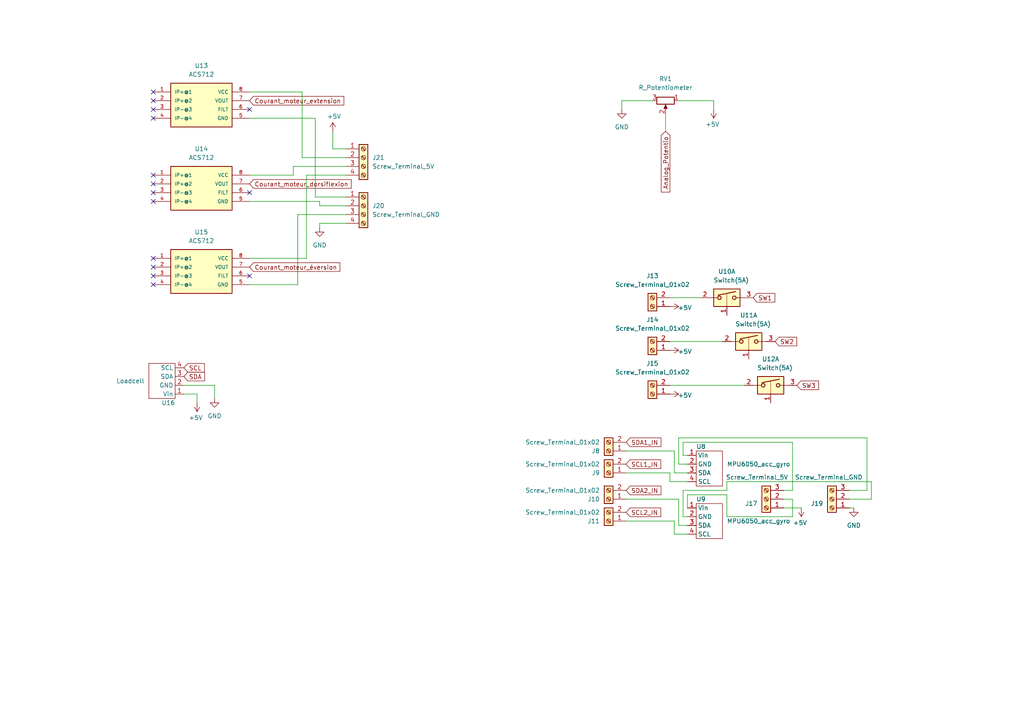
<source format=kicad_sch>
(kicad_sch (version 20211123) (generator eeschema)
  (paper "A4")
  (lib_symbols
    (symbol "ACS712:ACS712" (pin_names (offset 1.016))
      (property "Reference" "U" (at -10.16 8.382 0))
      (property "Value" "ACS712" (at -10.16 -7.62 0))
      (symbol "ACS712_0_0"
        (rectangle (start -10.16 -5.08) (end 7.62 7.62) (stroke (width 0.254)) (fill (type background)))
        (pin bidirectional line (at -15.24 5.08 0) (length 5.08) (name "IP+@1") (number "1"))
        (pin bidirectional line (at -15.24 2.54 0) (length 5.08) (name "IP+@2") (number "2"))
        (pin bidirectional line (at -15.24 0 0) (length 5.08) (name "IP-@3") (number "3"))
        (pin bidirectional line (at -15.24 -2.54 0) (length 5.08) (name "IP-@4") (number "4"))
        (pin bidirectional line (at 12.7 -2.54 180) (length 5.08) (name "GND") (number "5"))
        (pin bidirectional line (at 12.7 0 180) (length 5.08) (name "FILT") (number "6"))
        (pin bidirectional line (at 12.7 2.54 180) (length 5.08) (name "VOUT") (number "7"))
        (pin bidirectional line (at 12.7 5.08 180) (length 5.08) (name "VCC") (number "8"))
      )
    )
    (symbol "Analog_Switch:DG308AxY"
      (property "Reference" "U" (at -3.175 5.334 0))
      (property "Value" "DG308AxY" (at -3.175 3.556 0))
      (symbol "DG308AxY_1_1"
        (rectangle (start -3.81 2.54) (end 3.81 -2.54) (stroke (width 0.254)) (fill (type background)))
        (circle (center -2.159 0) (radius 0.508) (stroke (width 0.254)))
        (polyline (pts (xy -5.08 0) (xy -2.794 0)))
        (polyline (pts (xy -2.54 0.762) (xy 2.54 1.778)) (stroke (width 0.254)))
        (polyline (pts (xy 0 -2.54) (xy 0 -2.032)))
        (polyline (pts (xy 0 -1.778) (xy 0 -1.524)))
        (polyline (pts (xy 0 -1.27) (xy 0 -1.016)))
        (polyline (pts (xy 0 -0.762) (xy 0 -0.508)))
        (polyline (pts (xy 0 -0.254) (xy 0 0)))
        (polyline (pts (xy 0 0.254) (xy 0 0.508)))
        (polyline (pts (xy 0 0.762) (xy 0 1.016)))
        (polyline (pts (xy 5.08 0) (xy 2.794 0)))
        (circle (center 2.159 0) (radius 0.508) (stroke (width 0.254)))
        (pin input line (at 0 -5.08 90) (length 2.54) (name "~") (number "1"))
        (pin passive line (at -7.62 0 0) (length 2.54) (name "~") (number "2"))
        (pin passive line (at 7.62 0 180) (length 2.54) (name "~") (number "3"))
      )
      (symbol "DG308AxY_2_1"
        (rectangle (start -3.81 2.54) (end 3.81 -2.54) (stroke (width 0.254)) (fill (type background)))
        (circle (center -2.159 0) (radius 0.508) (stroke (width 0.254)))
        (polyline (pts (xy -5.08 0) (xy -2.794 0)))
        (polyline (pts (xy -2.54 0.762) (xy 2.54 1.778)) (stroke (width 0.254)))
        (polyline (pts (xy 0 -2.54) (xy 0 -2.032)))
        (polyline (pts (xy 0 -1.778) (xy 0 -1.524)))
        (polyline (pts (xy 0 -1.27) (xy 0 -1.016)))
        (polyline (pts (xy 0 -0.762) (xy 0 -0.508)))
        (polyline (pts (xy 0 -0.254) (xy 0 0)))
        (polyline (pts (xy 0 0.254) (xy 0 0.508)))
        (polyline (pts (xy 0 0.762) (xy 0 1.016)))
        (polyline (pts (xy 5.08 0) (xy 2.794 0)))
        (circle (center 2.159 0) (radius 0.508) (stroke (width 0.254)))
        (pin passive line (at -7.62 0 0) (length 2.54) (name "~") (number "6"))
        (pin passive line (at 7.62 0 180) (length 2.54) (name "~") (number "7"))
        (pin input line (at 0 -5.08 90) (length 2.54) (name "~") (number "8"))
      )
      (symbol "DG308AxY_3_1"
        (rectangle (start -3.81 2.54) (end 3.81 -2.54) (stroke (width 0.254)) (fill (type background)))
        (circle (center -2.159 0) (radius 0.508) (stroke (width 0.254)))
        (polyline (pts (xy -5.08 0) (xy -2.794 0)))
        (polyline (pts (xy -2.54 0.762) (xy 2.54 1.778)) (stroke (width 0.254)))
        (polyline (pts (xy 0 -2.54) (xy 0 -2.032)))
        (polyline (pts (xy 0 -1.778) (xy 0 -1.524)))
        (polyline (pts (xy 0 -1.27) (xy 0 -1.016)))
        (polyline (pts (xy 0 -0.762) (xy 0 -0.508)))
        (polyline (pts (xy 0 -0.254) (xy 0 0)))
        (polyline (pts (xy 0 0.254) (xy 0 0.508)))
        (polyline (pts (xy 0 0.762) (xy 0 1.016)))
        (polyline (pts (xy 5.08 0) (xy 2.794 0)))
        (circle (center 2.159 0) (radius 0.508) (stroke (width 0.254)))
        (pin passive line (at -7.62 0 0) (length 2.54) (name "~") (number "10"))
        (pin passive line (at 7.62 0 180) (length 2.54) (name "~") (number "11"))
        (pin input line (at 0 -5.08 90) (length 2.54) (name "~") (number "9"))
      )
      (symbol "DG308AxY_4_1"
        (rectangle (start -3.81 2.54) (end 3.81 -2.54) (stroke (width 0.254)) (fill (type background)))
        (circle (center -2.159 0) (radius 0.508) (stroke (width 0.254)))
        (polyline (pts (xy -5.08 0) (xy -2.794 0)))
        (polyline (pts (xy -2.54 0.762) (xy 2.54 1.778)) (stroke (width 0.254)))
        (polyline (pts (xy 0 -2.54) (xy 0 -2.032)))
        (polyline (pts (xy 0 -1.778) (xy 0 -1.524)))
        (polyline (pts (xy 0 -1.27) (xy 0 -1.016)))
        (polyline (pts (xy 0 -0.762) (xy 0 -0.508)))
        (polyline (pts (xy 0 -0.254) (xy 0 0)))
        (polyline (pts (xy 0 0.254) (xy 0 0.508)))
        (polyline (pts (xy 0 0.762) (xy 0 1.016)))
        (polyline (pts (xy 5.08 0) (xy 2.794 0)))
        (circle (center 2.159 0) (radius 0.508) (stroke (width 0.254)))
        (pin passive line (at 7.62 0 180) (length 2.54) (name "~") (number "14"))
        (pin passive line (at -7.62 0 0) (length 2.54) (name "~") (number "15"))
        (pin input line (at 0 -5.08 90) (length 2.54) (name "~") (number "16"))
      )
      (symbol "DG308AxY_5_0"
        (pin no_connect line (at 2.54 10.16 270) (length 2.54) hide (name "NC") (number "12"))
        (pin power_in line (at 0 12.7 270) (length 2.54) (name "V+") (number "13"))
        (pin power_in line (at 2.54 -12.7 90) (length 2.54) (name "V-") (number "4"))
        (pin power_in line (at 0 -12.7 90) (length 2.54) (name "GND") (number "5"))
      )
      (symbol "DG308AxY_5_1"
        (rectangle (start -3.81 10.16) (end 6.35 -10.16) (stroke (width 0.254)) (fill (type background)))
      )
    )
    (symbol "Connector:Screw_Terminal_01x02" (pin_names (offset 1.016) hide)
      (property "Reference" "J" (at 0 2.54 0))
      (property "Value" "Screw_Terminal_01x02" (at 0 -5.08 0))
      (symbol "Screw_Terminal_01x02_1_1"
        (rectangle (start -1.27 1.27) (end 1.27 -3.81) (stroke (width 0.254)) (fill (type background)))
        (circle (center 0 -2.54) (radius 0.635) (stroke (width 0.1524)))
        (polyline (pts (xy -0.5334 -2.2098) (xy 0.3302 -3.048)) (stroke (width 0.1524)))
        (polyline (pts (xy -0.5334 0.3302) (xy 0.3302 -0.508)) (stroke (width 0.1524)))
        (polyline (pts (xy -0.3556 -2.032) (xy 0.508 -2.8702)) (stroke (width 0.1524)))
        (polyline (pts (xy -0.3556 0.508) (xy 0.508 -0.3302)) (stroke (width 0.1524)))
        (circle (center 0 0) (radius 0.635) (stroke (width 0.1524)))
        (pin passive line (at -5.08 0 0) (length 3.81) (name "Pin_1") (number "1"))
        (pin passive line (at -5.08 -2.54 0) (length 3.81) (name "Pin_2") (number "2"))
      )
    )
    (symbol "Connector:Screw_Terminal_01x03" (pin_names (offset 1.016) hide)
      (property "Reference" "J" (at 0 5.08 0))
      (property "Value" "Screw_Terminal_01x03" (at 0 -5.08 0))
      (symbol "Screw_Terminal_01x03_1_1"
        (rectangle (start -1.27 3.81) (end 1.27 -3.81) (stroke (width 0.254)) (fill (type background)))
        (circle (center 0 -2.54) (radius 0.635) (stroke (width 0.1524)))
        (polyline (pts (xy -0.5334 -2.2098) (xy 0.3302 -3.048)) (stroke (width 0.1524)))
        (polyline (pts (xy -0.5334 0.3302) (xy 0.3302 -0.508)) (stroke (width 0.1524)))
        (polyline (pts (xy -0.5334 2.8702) (xy 0.3302 2.032)) (stroke (width 0.1524)))
        (polyline (pts (xy -0.3556 -2.032) (xy 0.508 -2.8702)) (stroke (width 0.1524)))
        (polyline (pts (xy -0.3556 0.508) (xy 0.508 -0.3302)) (stroke (width 0.1524)))
        (polyline (pts (xy -0.3556 3.048) (xy 0.508 2.2098)) (stroke (width 0.1524)))
        (circle (center 0 0) (radius 0.635) (stroke (width 0.1524)))
        (circle (center 0 2.54) (radius 0.635) (stroke (width 0.1524)))
        (pin passive line (at -5.08 2.54 0) (length 3.81) (name "Pin_1") (number "1"))
        (pin passive line (at -5.08 0 0) (length 3.81) (name "Pin_2") (number "2"))
        (pin passive line (at -5.08 -2.54 0) (length 3.81) (name "Pin_3") (number "3"))
      )
    )
    (symbol "Connector:Screw_Terminal_01x04" (pin_names (offset 1.016) hide)
      (property "Reference" "J" (at 0 5.08 0))
      (property "Value" "Screw_Terminal_01x04" (at 0 -7.62 0))
      (symbol "Screw_Terminal_01x04_1_1"
        (rectangle (start -1.27 3.81) (end 1.27 -6.35) (stroke (width 0.254)) (fill (type background)))
        (circle (center 0 -5.08) (radius 0.635) (stroke (width 0.1524)))
        (circle (center 0 -2.54) (radius 0.635) (stroke (width 0.1524)))
        (polyline (pts (xy -0.5334 -4.7498) (xy 0.3302 -5.588)) (stroke (width 0.1524)))
        (polyline (pts (xy -0.5334 -2.2098) (xy 0.3302 -3.048)) (stroke (width 0.1524)))
        (polyline (pts (xy -0.5334 0.3302) (xy 0.3302 -0.508)) (stroke (width 0.1524)))
        (polyline (pts (xy -0.5334 2.8702) (xy 0.3302 2.032)) (stroke (width 0.1524)))
        (polyline (pts (xy -0.3556 -4.572) (xy 0.508 -5.4102)) (stroke (width 0.1524)))
        (polyline (pts (xy -0.3556 -2.032) (xy 0.508 -2.8702)) (stroke (width 0.1524)))
        (polyline (pts (xy -0.3556 0.508) (xy 0.508 -0.3302)) (stroke (width 0.1524)))
        (polyline (pts (xy -0.3556 3.048) (xy 0.508 2.2098)) (stroke (width 0.1524)))
        (circle (center 0 0) (radius 0.635) (stroke (width 0.1524)))
        (circle (center 0 2.54) (radius 0.635) (stroke (width 0.1524)))
        (pin passive line (at -5.08 2.54 0) (length 3.81) (name "Pin_1") (number "1"))
        (pin passive line (at -5.08 0 0) (length 3.81) (name "Pin_2") (number "2"))
        (pin passive line (at -5.08 -2.54 0) (length 3.81) (name "Pin_3") (number "3"))
        (pin passive line (at -5.08 -5.08 0) (length 3.81) (name "Pin_4") (number "4"))
      )
    )
    (symbol "Device:R_Potentiometer" (pin_names (offset 1.016) hide)
      (property "Reference" "RV" (at -4.445 0 90))
      (property "Value" "R_Potentiometer" (at -2.54 0 90))
      (symbol "R_Potentiometer_0_1"
        (polyline (pts (xy 2.54 0) (xy 1.524 0)))
        (polyline (pts (xy 1.143 0) (xy 2.286 0.508) (xy 2.286 -0.508) (xy 1.143 0)) (fill (type outline)))
        (rectangle (start 1.016 2.54) (end -1.016 -2.54) (stroke (width 0.254)))
      )
      (symbol "R_Potentiometer_1_1"
        (pin passive line (at 0 3.81 270) (length 1.27) (name "1") (number "1"))
        (pin passive line (at 3.81 0 180) (length 1.27) (name "2") (number "2"))
        (pin passive line (at 0 -3.81 90) (length 1.27) (name "3") (number "3"))
      )
    )
    (symbol "Sensor_library:MPU6050_acc_gyro"
      (property "Reference" "U" (at -2.54 5.08 0))
      (property "Value" "MPU6050_acc_gyro" (at 0 -8.89 0))
      (symbol "MPU6050_acc_gyro_0_1"
        (rectangle (start -3.81 3.81) (end 3.81 -6.35))
      )
      (symbol "MPU6050_acc_gyro_1_1"
        (pin input line (at -6.35 2.54 0) (length 2.54) (name "Vin") (number "1"))
        (pin passive line (at -6.35 0 0) (length 2.54) (name "GND") (number "2"))
        (pin bidirectional line (at -6.35 -2.54 0) (length 2.54) (name "SDA") (number "3"))
        (pin bidirectional line (at -6.35 -5.08 0) (length 2.54) (name "SCL") (number "4"))
      )
    )
    (symbol "power:+5V" (power) (pin_names (offset 0))
      (property "Value" "+5V" (at 0 3.556 0))
      (symbol "+5V_0_1"
        (polyline (pts (xy -0.762 1.27) (xy 0 2.54)))
        (polyline (pts (xy 0 0) (xy 0 2.54)))
        (polyline (pts (xy 0 2.54) (xy 0.762 1.27)))
      )
      (symbol "+5V_1_1"
        (pin power_in line (at 0 0 90) (length 0) hide (name "+5V") (number "1"))
      )
    )
    (symbol "power:GND" (power) (pin_names (offset 0))
      (property "Value" "GND" (at 0 -3.81 0))
      (symbol "GND_0_1"
        (polyline (pts (xy 0 0) (xy 0 -1.27) (xy 1.27 -1.27) (xy 0 -2.54) (xy -1.27 -1.27) (xy 0 -1.27)))
      )
      (symbol "GND_1_1"
        (pin power_in line (at 0 0 270) (length 0) hide (name "GND") (number "1"))
      )
    )
  )
  (no_connect (at 72.39 55.88))
  (no_connect (at 44.45 80.01))
  (no_connect (at 44.45 82.55))
  (no_connect (at 44.45 58.42))
  (no_connect (at 44.45 74.93))
  (no_connect (at 44.45 77.47))
  (no_connect (at 72.39 31.75))
  (no_connect (at 44.45 29.21))
  (no_connect (at 44.45 31.75))
  (no_connect (at 44.45 26.67))
  (no_connect (at 44.45 34.29))
  (no_connect (at 44.45 53.34))
  (no_connect (at 44.45 55.88))
  (no_connect (at 72.39 80.01))
  (no_connect (at 44.45 50.8))
  (wire (pts (xy 181.61 130.81) (xy 195.58 130.81)))
  (wire (pts (xy 196.85 152.4) (xy 199.39 152.4)))
  (wire (pts (xy 210.82 142.24) (xy 198.12 142.24)))
  (wire (pts (xy 229.87 128.27) (xy 198.12 128.27)))
  (wire (pts (xy 196.85 127) (xy 196.85 134.62)))
  (wire (pts (xy 229.87 128.27) (xy 229.87 142.24)))
  (wire (pts (xy 196.85 144.78) (xy 196.85 152.4)))
  (wire (pts (xy 86.36 82.55) (xy 86.36 62.23)))
  (wire (pts (xy 194.31 111.76) (xy 215.9 111.76)))
  (wire (pts (xy 85.09 50.8) (xy 85.09 48.26)))
  (wire (pts (xy 181.61 144.78) (xy 196.85 144.78)))
  (wire (pts (xy 195.58 137.16) (xy 199.39 137.16)))
  (wire (pts (xy 227.33 144.78) (xy 229.87 144.78)))
  (wire (pts (xy 91.44 34.29) (xy 91.44 57.15)))
  (wire (pts (xy 207.01 29.21) (xy 207.01 31.75)))
  (wire (pts (xy 252.73 144.78) (xy 252.73 139.7)))
  (wire (pts (xy 72.39 82.55) (xy 86.36 82.55)))
  (wire (pts (xy 194.31 86.36) (xy 203.2 86.36)))
  (wire (pts (xy 92.71 59.69) (xy 100.33 59.69)))
  (wire (pts (xy 62.23 111.76) (xy 62.23 115.57)))
  (wire (pts (xy 180.34 31.75) (xy 180.34 29.21)))
  (wire (pts (xy 181.61 151.13) (xy 195.58 151.13)))
  (wire (pts (xy 87.63 26.67) (xy 87.63 45.72)))
  (wire (pts (xy 72.39 50.8) (xy 85.09 50.8)))
  (wire (pts (xy 87.63 45.72) (xy 100.33 45.72)))
  (wire (pts (xy 198.12 149.86) (xy 199.39 149.86)))
  (wire (pts (xy 193.04 38.1) (xy 193.04 33.02)))
  (wire (pts (xy 196.85 29.21) (xy 207.01 29.21)))
  (wire (pts (xy 92.71 58.42) (xy 92.71 59.69)))
  (wire (pts (xy 92.71 64.77) (xy 100.33 64.77)))
  (wire (pts (xy 194.31 139.7) (xy 199.39 139.7)))
  (wire (pts (xy 251.46 127) (xy 196.85 127)))
  (wire (pts (xy 85.09 48.26) (xy 100.33 48.26)))
  (wire (pts (xy 229.87 144.78) (xy 229.87 149.86)))
  (wire (pts (xy 196.85 134.62) (xy 199.39 134.62)))
  (wire (pts (xy 199.39 143.51) (xy 199.39 147.32)))
  (wire (pts (xy 92.71 66.04) (xy 92.71 64.77)))
  (wire (pts (xy 53.34 114.3) (xy 57.15 114.3)))
  (wire (pts (xy 181.61 137.16) (xy 194.31 137.16)))
  (wire (pts (xy 198.12 128.27) (xy 198.12 132.08)))
  (wire (pts (xy 194.31 99.06) (xy 209.55 99.06)))
  (wire (pts (xy 72.39 74.93) (xy 88.9 74.93)))
  (wire (pts (xy 194.31 137.16) (xy 194.31 139.7)))
  (wire (pts (xy 180.34 29.21) (xy 189.23 29.21)))
  (wire (pts (xy 72.39 58.42) (xy 92.71 58.42)))
  (wire (pts (xy 229.87 149.86) (xy 210.82 149.86)))
  (wire (pts (xy 91.44 57.15) (xy 100.33 57.15)))
  (wire (pts (xy 232.41 147.32) (xy 227.33 147.32)))
  (wire (pts (xy 198.12 132.08) (xy 199.39 132.08)))
  (wire (pts (xy 72.39 26.67) (xy 87.63 26.67)))
  (wire (pts (xy 198.12 142.24) (xy 198.12 149.86)))
  (wire (pts (xy 88.9 74.93) (xy 88.9 50.8)))
  (wire (pts (xy 96.52 38.1) (xy 96.52 43.18)))
  (wire (pts (xy 246.38 144.78) (xy 252.73 144.78)))
  (wire (pts (xy 195.58 151.13) (xy 195.58 154.94)))
  (wire (pts (xy 210.82 149.86) (xy 210.82 143.51)))
  (wire (pts (xy 96.52 43.18) (xy 100.33 43.18)))
  (wire (pts (xy 195.58 130.81) (xy 195.58 137.16)))
  (wire (pts (xy 57.15 114.3) (xy 57.15 116.84)))
  (wire (pts (xy 251.46 142.24) (xy 251.46 127)))
  (wire (pts (xy 252.73 139.7) (xy 210.82 139.7)))
  (wire (pts (xy 53.34 111.76) (xy 62.23 111.76)))
  (wire (pts (xy 246.38 142.24) (xy 251.46 142.24)))
  (wire (pts (xy 247.65 147.32) (xy 246.38 147.32)))
  (wire (pts (xy 229.87 142.24) (xy 227.33 142.24)))
  (wire (pts (xy 210.82 139.7) (xy 210.82 142.24)))
  (wire (pts (xy 88.9 50.8) (xy 100.33 50.8)))
  (wire (pts (xy 195.58 154.94) (xy 199.39 154.94)))
  (wire (pts (xy 72.39 34.29) (xy 91.44 34.29)))
  (wire (pts (xy 86.36 62.23) (xy 100.33 62.23)))
  (wire (pts (xy 210.82 143.51) (xy 199.39 143.51)))
  (global_label "SW2" (shape input) (at 224.79 99.06 0) (property "Intersheet References" "${INTERSHEET_REFS}" (effects hide)))
  (global_label "SW1" (shape input) (at 218.44 86.36 0) (property "Intersheet References" "${INTERSHEET_REFS}" (effects hide)))
  (global_label "SW3" (shape input) (at 231.14 111.76 0) (property "Intersheet References" "${INTERSHEET_REFS}" (effects hide)))
  (global_label "SCL2_IN" (shape input) (at 181.61 148.59 0) (property "Intersheet References" "${INTERSHEET_REFS}" (effects hide)))
  (global_label "SDA2_IN" (shape input) (at 181.61 142.24 0) (property "Intersheet References" "${INTERSHEET_REFS}" (effects hide)))
  (global_label "Courant_moteur_extension" (shape input) (at 72.39 29.21 0) (property "Intersheet References" "${INTERSHEET_REFS}" (effects hide)))
  (global_label "Analog_Potentio" (shape input) (at 193.04 38.1 270) (property "Intersheet References" "${INTERSHEET_REFS}" (effects hide)))
  (global_label "SDA1_IN" (shape input) (at 181.61 128.27 0) (property "Intersheet References" "${INTERSHEET_REFS}" (effects hide)))
  (global_label "SCL" (shape input) (at 53.34 106.68 0) (property "Intersheet References" "${INTERSHEET_REFS}" (effects hide)))
  (global_label "Courant_moteur_dorsiflexion" (shape input) (at 72.39 53.34 0) (property "Intersheet References" "${INTERSHEET_REFS}" (effects hide)))
  (global_label "SCL1_IN" (shape input) (at 181.61 134.62 0) (property "Intersheet References" "${INTERSHEET_REFS}" (effects hide)))
  (global_label "SDA" (shape input) (at 53.34 109.22 0) (property "Intersheet References" "${INTERSHEET_REFS}" (effects hide)))
  (global_label "Courant_moteur_éversion" (shape input) (at 72.39 77.47 0) (property "Intersheet References" "${INTERSHEET_REFS}" (effects hide)))
  (symbol (lib_id "power:GND") (at 62.23 115.57 0) (unit 1)
    (property "Reference" "#PWR?" (effects hide))
    (property "Value" "GND" (at 62.23 120.65 0))
  )
  (symbol (lib_id "Connector:Screw_Terminal_01x04") (at 105.41 59.69 0) (unit 1)
    (property "Reference" "J20" (at 107.95 59.6899 0) (effects (justify left)))
    (property "Value" "Screw_Terminal_GND" (at 107.95 62.2299 0) (effects (justify left)))
  )
  (symbol (lib_id "power:+5V") (at 232.41 147.32 180) (unit 1)
    (property "Reference" "#PWR033" (effects hide))
    (property "Value" "+5V" (at 232.0417 151.6444 0))
  )
  (symbol (lib_id "Connector:Screw_Terminal_01x02") (at 189.23 114.3 180) (unit 1)
    (property "Reference" "J15" (at 189.23 105.41 0))
    (property "Value" "Screw_Terminal_01x02" (at 189.23 107.95 0))
  )
  (symbol (lib_id "Connector:Screw_Terminal_01x04") (at 105.41 45.72 0) (unit 1)
    (property "Reference" "J21" (at 107.95 45.7199 0) (effects (justify left)))
    (property "Value" "Screw_Terminal_5V" (at 107.95 48.2599 0) (effects (justify left)))
  )
  (symbol (lib_id "Connector:Screw_Terminal_01x03") (at 241.3 144.78 180) (unit 1)
    (property "Reference" "J19" (at 238.76 146.0501 0) (effects (justify left)))
    (property "Value" "Screw_Terminal_GND" (at 250.19 138.43 0) (effects (justify left)))
  )
  (symbol (lib_id "power:GND") (at 92.71 66.04 0) (unit 1)
    (property "Reference" "#PWR?" (effects hide))
    (property "Value" "GND" (at 92.71 71.12 0))
  )
  (symbol (lib_id "Analog_Switch:DG308AxY") (at 217.17 99.06 0) (unit 1)
    (property "Reference" "U11" (at 217.17 91.44 0))
    (property "Value" "Switch(5A)" (at 218.44 93.98 0))
    (property "Footprint" "Package_SO:SOIC-16_3.9x9.9mm_P1.27mm" (effects hide))
    (property "Datasheet" "http://pdf.datasheetcatalog.com/datasheets/70/494502_DS.pdf" (effects hide))
  )
  (symbol (lib_id "ACS712:ACS712") (at 59.69 55.88 0) (unit 1)
    (property "Reference" "U14" (at 58.42 43.18 0))
    (property "Value" "ACS712" (at 58.42 45.72 0))
    (property "Footprint" "ACS712:SO08" (effects hide))
    (property "MF" "Allegro MicroSystems" (effects hide))
    (property "Description" "\nCurrent Sensor 20A 1 Channel Hall Effect, Open Loop Bidirectional 8-SOIC (0.154, 3.90mm Width)\n" (effects hide))
    (property "Package" "SOIC-8 Allegro MicroSystems LLC" (effects hide))
    (property "Price" "None" (effects hide))
    (property "PROD_ID" "IC-08964" (effects hide))
    (property "SnapEDA_Link" "https://www.snapeda.com/parts/ACS712/Allegro+MicroSystems+LLC/view-part/?ref=snap" (effects hide))
    (property "MP" "ACS712" (effects hide))
    (property "Availability" "Not in stock" (effects hide))
    (property "Check_prices" "https://www.snapeda.com/parts/ACS712/Allegro+MicroSystems+LLC/view-part/?ref=eda" (effects hide))
  )
  (symbol (lib_id "Connector:Screw_Terminal_01x02") (at 189.23 88.9 180) (unit 1)
    (property "Reference" "J13" (at 189.23 80.01 0))
    (property "Value" "Screw_Terminal_01x02" (at 189.23 82.55 0))
  )
  (symbol (lib_id "Connector:Screw_Terminal_01x02") (at 176.53 137.16 180) (unit 1)
    (property "Reference" "J9" (at 173.99 137.1601 0) (effects (justify left)))
    (property "Value" "Screw_Terminal_01x02" (at 173.99 134.6201 0) (effects (justify left)))
  )
  (symbol (lib_id "Sensor_library:MPU6050_acc_gyro") (at 205.74 149.86 0) (unit 1)
    (property "Reference" "U9" (at 201.93 144.78 0) (effects (justify left)))
    (property "Value" "MPU6050_acc_gyro" (at 210.82 151.13 0) (effects (justify left)))
  )
  (symbol (lib_id "Sensor_library:MPU6050_acc_gyro") (at 205.74 134.62 0) (unit 1)
    (property "Reference" "U8" (at 201.93 129.54 0) (effects (justify left)))
    (property "Value" "MPU6050_acc_gyro" (at 210.82 134.62 0) (effects (justify left)))
  )
  (symbol (lib_id "Connector:Screw_Terminal_01x02") (at 189.23 101.6 180) (unit 1)
    (property "Reference" "J14" (at 189.23 92.71 0))
    (property "Value" "Screw_Terminal_01x02" (at 189.23 95.25 0))
  )
  (symbol (lib_id "power:GND") (at 247.65 147.32 0) (unit 1)
    (property "Reference" "#PWR034" (effects hide))
    (property "Value" "GND" (at 247.65 152.4 0))
  )
  (symbol (lib_id "Analog_Switch:DG308AxY") (at 210.82 86.36 0) (unit 1)
    (property "Reference" "U10" (at 210.82 78.74 0))
    (property "Value" "Switch(5A)" (at 212.09 81.28 0))
    (property "Footprint" "Package_SO:SOIC-16_3.9x9.9mm_P1.27mm" (effects hide))
    (property "Datasheet" "http://pdf.datasheetcatalog.com/datasheets/70/494502_DS.pdf" (effects hide))
  )
  (symbol (lib_id "power:+5V") (at 194.31 101.6 270) (unit 1)
    (property "Reference" "#PWR027" (effects hide))
    (property "Value" "+5V" (at 198.6344 101.9683 90))
  )
  (symbol (lib_id "power:+5V") (at 57.15 116.84 180) (unit 1)
    (property "Reference" "#PWR?" (effects hide))
    (property "Value" "+5V" (at 56.7817 121.1644 0))
  )
  (symbol (lib_id "power:GND") (at 180.34 31.75 0) (unit 1)
    (property "Reference" "#PWR?" (effects hide))
    (property "Value" "GND" (at 180.34 36.83 0))
  )
  (symbol (lib_id "ACS712:ACS712") (at 59.69 80.01 0) (unit 1)
    (property "Reference" "U15" (at 58.42 67.31 0))
    (property "Value" "ACS712" (at 58.42 69.85 0))
    (property "Footprint" "ACS712:SO08" (effects hide))
    (property "MF" "Allegro MicroSystems" (effects hide))
    (property "Description" "\nCurrent Sensor 20A 1 Channel Hall Effect, Open Loop Bidirectional 8-SOIC (0.154, 3.90mm Width)\n" (effects hide))
    (property "Package" "SOIC-8 Allegro MicroSystems LLC" (effects hide))
    (property "Price" "None" (effects hide))
    (property "PROD_ID" "IC-08964" (effects hide))
    (property "SnapEDA_Link" "https://www.snapeda.com/parts/ACS712/Allegro+MicroSystems+LLC/view-part/?ref=snap" (effects hide))
    (property "MP" "ACS712" (effects hide))
    (property "Availability" "Not in stock" (effects hide))
    (property "Check_prices" "https://www.snapeda.com/parts/ACS712/Allegro+MicroSystems+LLC/view-part/?ref=eda" (effects hide))
  )
  (symbol (lib_id "Device:R_Potentiometer") (at 193.04 29.21 270) (unit 1)
    (property "Reference" "RV1" (at 193.04 22.86 90))
    (property "Value" "R_Potentiometer" (at 193.04 25.4 90))
  )
  (symbol (lib_id "Analog_Switch:DG308AxY") (at 223.52 111.76 0) (unit 1)
    (property "Reference" "U12" (at 223.52 104.14 0))
    (property "Value" "Switch(5A)" (at 224.79 106.68 0))
    (property "Footprint" "Package_SO:SOIC-16_3.9x9.9mm_P1.27mm" (effects hide))
    (property "Datasheet" "http://pdf.datasheetcatalog.com/datasheets/70/494502_DS.pdf" (effects hide))
  )
  (symbol (lib_id "Connector:Screw_Terminal_01x02") (at 176.53 144.78 180) (unit 1)
    (property "Reference" "J10" (at 173.99 144.7801 0) (effects (justify left)))
    (property "Value" "Screw_Terminal_01x02" (at 173.99 142.2401 0) (effects (justify left)))
  )
  (symbol (lib_id "power:+5V") (at 194.31 88.9 270) (unit 1)
    (property "Reference" "#PWR026" (effects hide))
    (property "Value" "+5V" (at 198.6344 89.2683 90))
  )
  (symbol (lib_id "Sensor_library:MPU6050_acc_gyro") (at 46.99 111.76 180) (unit 1)
    (property "Reference" "U16" (at 50.8 116.84 0) (effects (justify left)))
    (property "Value" "Loadcell" (at 41.91 110.49 0) (effects (justify left)))
  )
  (symbol (lib_id "Connector:Screw_Terminal_01x03") (at 222.25 144.78 180) (unit 1)
    (property "Reference" "J17" (at 219.71 146.0501 0) (effects (justify left)))
    (property "Value" "Screw_Terminal_5V" (at 228.6 138.43 0) (effects (justify left)))
  )
  (symbol (lib_id "power:+5V") (at 194.31 114.3 270) (unit 1)
    (property "Reference" "#PWR028" (effects hide))
    (property "Value" "+5V" (at 198.6344 114.6683 90))
  )
  (symbol (lib_id "power:+5V") (at 207.01 31.75 180) (unit 1)
    (property "Reference" "#PWR?" (effects hide))
    (property "Value" "+5V" (at 206.6417 36.0744 0))
  )
  (symbol (lib_id "Connector:Screw_Terminal_01x02") (at 176.53 130.81 180) (unit 1)
    (property "Reference" "J8" (at 173.99 130.8101 0) (effects (justify left)))
    (property "Value" "Screw_Terminal_01x02" (at 173.99 128.2701 0) (effects (justify left)))
  )
  (symbol (lib_id "ACS712:ACS712") (at 59.69 31.75 0) (unit 1)
    (property "Reference" "U13" (at 58.42 19.05 0))
    (property "Value" "ACS712" (at 58.42 21.59 0))
    (property "Footprint" "ACS712:SO08" (effects hide))
    (property "MF" "Allegro MicroSystems" (effects hide))
    (property "Description" "\nCurrent Sensor 20A 1 Channel Hall Effect, Open Loop Bidirectional 8-SOIC (0.154, 3.90mm Width)\n" (effects hide))
    (property "Package" "SOIC-8 Allegro MicroSystems LLC" (effects hide))
    (property "Price" "None" (effects hide))
    (property "PROD_ID" "IC-08964" (effects hide))
    (property "SnapEDA_Link" "https://www.snapeda.com/parts/ACS712/Allegro+MicroSystems+LLC/view-part/?ref=snap" (effects hide))
    (property "MP" "ACS712" (effects hide))
    (property "Availability" "Not in stock" (effects hide))
    (property "Check_prices" "https://www.snapeda.com/parts/ACS712/Allegro+MicroSystems+LLC/view-part/?ref=eda" (effects hide))
  )
  (symbol (lib_id "Connector:Screw_Terminal_01x02") (at 176.53 151.13 180) (unit 1)
    (property "Reference" "J11" (at 173.99 151.1301 0) (effects (justify left)))
    (property "Value" "Screw_Terminal_01x02" (at 173.99 148.5901 0) (effects (justify left)))
  )
  (symbol (lib_id "power:+5V") (at 96.52 38.1 0) (unit 1)
    (property "Reference" "#PWR?" (effects hide))
    (property "Value" "+5V" (at 96.8883 33.7756 0))
  )
)
</source>
